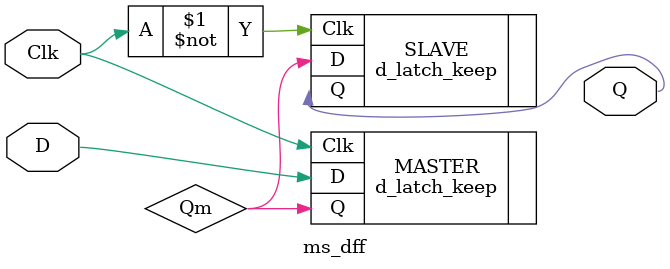
<source format=v>
module ms_dff(input D, input Clk, output Q);
  wire Qm;
  // master opens when Clk=1, slave opens when Clk=0
  d_latch_keep MASTER(.D(D),  .Clk(Clk),   .Q(Qm));
  d_latch_keep SLAVE (.D(Qm), .Clk(~Clk),  .Q(Q));
endmodule
</source>
